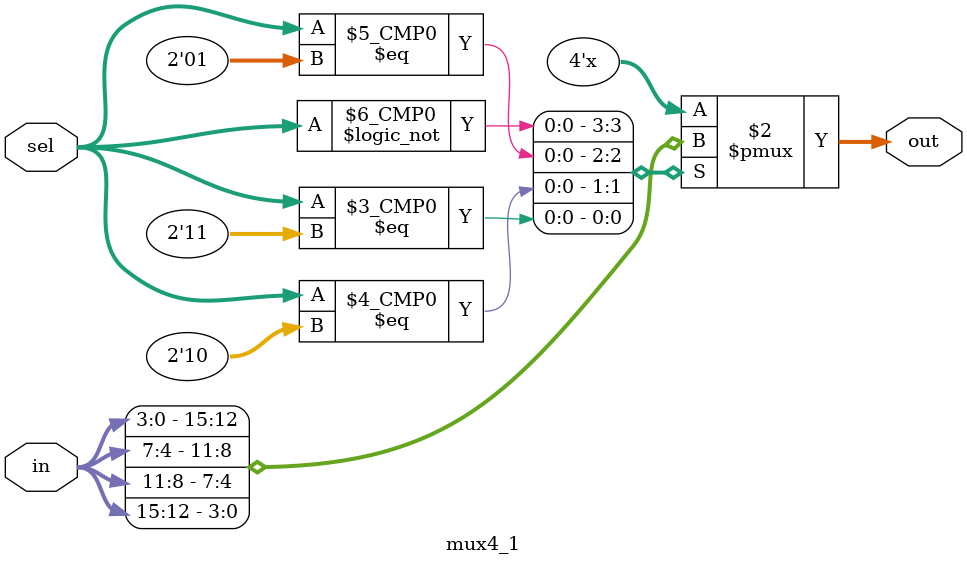
<source format=v>
`timescale 1ns / 1ps

module mux4_1(in, out, sel);
    input [15:0] in;
    input [1:0] sel;
    output reg [3:0] out;
    
    always @(in or sel)
        case(sel)
            2'b00: out <= in[3:0];
            2'b01: out <= in[7:4];
            2'b10: out <= in[11:8];
            2'b11: out <= in[15:12];
        endcase
endmodule
</source>
